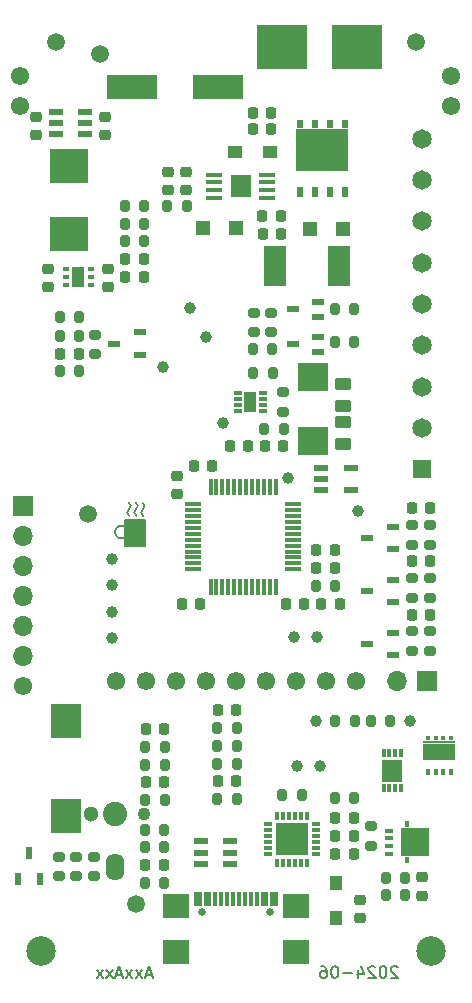
<source format=gbr>
%TF.GenerationSoftware,KiCad,Pcbnew,7.0.10*%
%TF.CreationDate,2024-09-11T11:21:31+02:00*%
%TF.ProjectId,AxxSolder,41787853-6f6c-4646-9572-2e6b69636164,rev?*%
%TF.SameCoordinates,Original*%
%TF.FileFunction,Soldermask,Bot*%
%TF.FilePolarity,Negative*%
%FSLAX46Y46*%
G04 Gerber Fmt 4.6, Leading zero omitted, Abs format (unit mm)*
G04 Created by KiCad (PCBNEW 7.0.10) date 2024-09-11 11:21:31*
%MOMM*%
%LPD*%
G01*
G04 APERTURE LIST*
G04 Aperture macros list*
%AMRoundRect*
0 Rectangle with rounded corners*
0 $1 Rounding radius*
0 $2 $3 $4 $5 $6 $7 $8 $9 X,Y pos of 4 corners*
0 Add a 4 corners polygon primitive as box body*
4,1,4,$2,$3,$4,$5,$6,$7,$8,$9,$2,$3,0*
0 Add four circle primitives for the rounded corners*
1,1,$1+$1,$2,$3*
1,1,$1+$1,$4,$5*
1,1,$1+$1,$6,$7*
1,1,$1+$1,$8,$9*
0 Add four rect primitives between the rounded corners*
20,1,$1+$1,$2,$3,$4,$5,0*
20,1,$1+$1,$4,$5,$6,$7,0*
20,1,$1+$1,$6,$7,$8,$9,0*
20,1,$1+$1,$8,$9,$2,$3,0*%
G04 Aperture macros list end*
%ADD10C,0.150000*%
%ADD11C,0.200000*%
%ADD12R,1.650000X1.650000*%
%ADD13C,1.650000*%
%ADD14C,1.550000*%
%ADD15C,1.500000*%
%ADD16C,2.500000*%
%ADD17C,1.300000*%
%ADD18C,2.050000*%
%ADD19O,1.550000X2.300000*%
%ADD20C,1.100000*%
%ADD21RoundRect,0.225000X0.225000X0.250000X-0.225000X0.250000X-0.225000X-0.250000X0.225000X-0.250000X0*%
%ADD22R,3.200000X2.850000*%
%ADD23R,0.400000X0.550000*%
%ADD24R,0.400000X0.410000*%
%ADD25R,2.750000X1.470000*%
%ADD26R,2.750000X0.250000*%
%ADD27C,1.000000*%
%ADD28R,1.050000X0.600000*%
%ADD29RoundRect,0.200000X-0.200000X-0.275000X0.200000X-0.275000X0.200000X0.275000X-0.200000X0.275000X0*%
%ADD30R,0.300000X1.475000*%
%ADD31R,1.475000X0.300000*%
%ADD32R,1.700000X1.700000*%
%ADD33O,1.700000X1.700000*%
%ADD34RoundRect,0.200000X0.275000X-0.200000X0.275000X0.200000X-0.275000X0.200000X-0.275000X-0.200000X0*%
%ADD35RoundRect,0.225000X-0.250000X0.225000X-0.250000X-0.225000X0.250000X-0.225000X0.250000X0.225000X0*%
%ADD36RoundRect,0.200000X0.200000X0.275000X-0.200000X0.275000X-0.200000X-0.275000X0.200000X-0.275000X0*%
%ADD37RoundRect,0.225000X-0.225000X-0.250000X0.225000X-0.250000X0.225000X0.250000X-0.225000X0.250000X0*%
%ADD38RoundRect,0.225000X0.250000X-0.225000X0.250000X0.225000X-0.250000X0.225000X-0.250000X-0.225000X0*%
%ADD39RoundRect,0.200000X-0.275000X0.200000X-0.275000X-0.200000X0.275000X-0.200000X0.275000X0.200000X0*%
%ADD40R,1.200000X1.200000*%
%ADD41R,2.500000X3.000000*%
%ADD42RoundRect,0.250000X0.450000X-0.262500X0.450000X0.262500X-0.450000X0.262500X-0.450000X-0.262500X0*%
%ADD43R,1.120000X1.220000*%
%ADD44R,0.500000X0.925000*%
%ADD45R,0.600000X0.800000*%
%ADD46R,4.410000X3.655000*%
%ADD47R,0.700000X0.300000*%
%ADD48R,1.000000X1.700000*%
%ADD49R,1.050000X0.500000*%
%ADD50R,1.900000X3.450000*%
%ADD51C,0.650000*%
%ADD52R,0.300000X1.150000*%
%ADD53R,2.180000X2.000000*%
%ADD54R,1.220000X1.120000*%
%ADD55R,0.300000X0.800000*%
%ADD56R,0.800000X0.300000*%
%ADD57R,2.700000X2.700000*%
%ADD58R,0.750000X0.400000*%
%ADD59R,0.400000X0.530000*%
%ADD60R,2.400000X2.450000*%
%ADD61R,0.300000X0.750000*%
%ADD62R,1.730000X1.850000*%
%ADD63R,1.425000X0.450000*%
%ADD64R,1.680000X1.880000*%
%ADD65R,4.250000X2.100000*%
%ADD66R,4.240000X3.810000*%
%ADD67R,0.600000X1.050000*%
%ADD68R,1.200000X0.600000*%
%ADD69R,2.500000X2.400000*%
%ADD70R,0.600000X0.350000*%
%ADD71R,1.100000X1.700000*%
G04 APERTURE END LIST*
D10*
X172056790Y-109552970D02*
G75*
G03*
X172018692Y-109000256I-176990J265470D01*
G01*
X172616904Y-109575359D02*
G75*
G03*
X172638131Y-110137664I183096J-274641D01*
G01*
X171446701Y-109562836D02*
G75*
G03*
X171467975Y-110125212I183099J-274664D01*
G01*
X171456790Y-109552970D02*
G75*
G03*
X171418692Y-109000256I-176990J265470D01*
G01*
X172046701Y-109562836D02*
G75*
G03*
X172067975Y-110125212I183099J-274664D01*
G01*
X172626995Y-109565496D02*
G75*
G03*
X172588848Y-109012708I-176995J265496D01*
G01*
X172800000Y-112650000D02*
X171100000Y-112650000D01*
X171100000Y-110450000D01*
X172800000Y-110450000D01*
X172800000Y-112650000D01*
G36*
X172800000Y-112650000D02*
G01*
X171100000Y-112650000D01*
X171100000Y-110450000D01*
X172800000Y-110450000D01*
X172800000Y-112650000D01*
G37*
D11*
X171151968Y-111089371D02*
G75*
G03*
X171100000Y-111949998I-351968J-410629D01*
G01*
X194193482Y-148347457D02*
X194145863Y-148299838D01*
X194145863Y-148299838D02*
X194050625Y-148252219D01*
X194050625Y-148252219D02*
X193812530Y-148252219D01*
X193812530Y-148252219D02*
X193717292Y-148299838D01*
X193717292Y-148299838D02*
X193669673Y-148347457D01*
X193669673Y-148347457D02*
X193622054Y-148442695D01*
X193622054Y-148442695D02*
X193622054Y-148537933D01*
X193622054Y-148537933D02*
X193669673Y-148680790D01*
X193669673Y-148680790D02*
X194241101Y-149252219D01*
X194241101Y-149252219D02*
X193622054Y-149252219D01*
X193003006Y-148252219D02*
X192907768Y-148252219D01*
X192907768Y-148252219D02*
X192812530Y-148299838D01*
X192812530Y-148299838D02*
X192764911Y-148347457D01*
X192764911Y-148347457D02*
X192717292Y-148442695D01*
X192717292Y-148442695D02*
X192669673Y-148633171D01*
X192669673Y-148633171D02*
X192669673Y-148871266D01*
X192669673Y-148871266D02*
X192717292Y-149061742D01*
X192717292Y-149061742D02*
X192764911Y-149156980D01*
X192764911Y-149156980D02*
X192812530Y-149204600D01*
X192812530Y-149204600D02*
X192907768Y-149252219D01*
X192907768Y-149252219D02*
X193003006Y-149252219D01*
X193003006Y-149252219D02*
X193098244Y-149204600D01*
X193098244Y-149204600D02*
X193145863Y-149156980D01*
X193145863Y-149156980D02*
X193193482Y-149061742D01*
X193193482Y-149061742D02*
X193241101Y-148871266D01*
X193241101Y-148871266D02*
X193241101Y-148633171D01*
X193241101Y-148633171D02*
X193193482Y-148442695D01*
X193193482Y-148442695D02*
X193145863Y-148347457D01*
X193145863Y-148347457D02*
X193098244Y-148299838D01*
X193098244Y-148299838D02*
X193003006Y-148252219D01*
X192288720Y-148347457D02*
X192241101Y-148299838D01*
X192241101Y-148299838D02*
X192145863Y-148252219D01*
X192145863Y-148252219D02*
X191907768Y-148252219D01*
X191907768Y-148252219D02*
X191812530Y-148299838D01*
X191812530Y-148299838D02*
X191764911Y-148347457D01*
X191764911Y-148347457D02*
X191717292Y-148442695D01*
X191717292Y-148442695D02*
X191717292Y-148537933D01*
X191717292Y-148537933D02*
X191764911Y-148680790D01*
X191764911Y-148680790D02*
X192336339Y-149252219D01*
X192336339Y-149252219D02*
X191717292Y-149252219D01*
X190860149Y-148585552D02*
X190860149Y-149252219D01*
X191098244Y-148204600D02*
X191336339Y-148918885D01*
X191336339Y-148918885D02*
X190717292Y-148918885D01*
X190336339Y-148871266D02*
X189574435Y-148871266D01*
X188907768Y-148252219D02*
X188812530Y-148252219D01*
X188812530Y-148252219D02*
X188717292Y-148299838D01*
X188717292Y-148299838D02*
X188669673Y-148347457D01*
X188669673Y-148347457D02*
X188622054Y-148442695D01*
X188622054Y-148442695D02*
X188574435Y-148633171D01*
X188574435Y-148633171D02*
X188574435Y-148871266D01*
X188574435Y-148871266D02*
X188622054Y-149061742D01*
X188622054Y-149061742D02*
X188669673Y-149156980D01*
X188669673Y-149156980D02*
X188717292Y-149204600D01*
X188717292Y-149204600D02*
X188812530Y-149252219D01*
X188812530Y-149252219D02*
X188907768Y-149252219D01*
X188907768Y-149252219D02*
X189003006Y-149204600D01*
X189003006Y-149204600D02*
X189050625Y-149156980D01*
X189050625Y-149156980D02*
X189098244Y-149061742D01*
X189098244Y-149061742D02*
X189145863Y-148871266D01*
X189145863Y-148871266D02*
X189145863Y-148633171D01*
X189145863Y-148633171D02*
X189098244Y-148442695D01*
X189098244Y-148442695D02*
X189050625Y-148347457D01*
X189050625Y-148347457D02*
X189003006Y-148299838D01*
X189003006Y-148299838D02*
X188907768Y-148252219D01*
X187717292Y-148252219D02*
X187907768Y-148252219D01*
X187907768Y-148252219D02*
X188003006Y-148299838D01*
X188003006Y-148299838D02*
X188050625Y-148347457D01*
X188050625Y-148347457D02*
X188145863Y-148490314D01*
X188145863Y-148490314D02*
X188193482Y-148680790D01*
X188193482Y-148680790D02*
X188193482Y-149061742D01*
X188193482Y-149061742D02*
X188145863Y-149156980D01*
X188145863Y-149156980D02*
X188098244Y-149204600D01*
X188098244Y-149204600D02*
X188003006Y-149252219D01*
X188003006Y-149252219D02*
X187812530Y-149252219D01*
X187812530Y-149252219D02*
X187717292Y-149204600D01*
X187717292Y-149204600D02*
X187669673Y-149156980D01*
X187669673Y-149156980D02*
X187622054Y-149061742D01*
X187622054Y-149061742D02*
X187622054Y-148823647D01*
X187622054Y-148823647D02*
X187669673Y-148728409D01*
X187669673Y-148728409D02*
X187717292Y-148680790D01*
X187717292Y-148680790D02*
X187812530Y-148633171D01*
X187812530Y-148633171D02*
X188003006Y-148633171D01*
X188003006Y-148633171D02*
X188098244Y-148680790D01*
X188098244Y-148680790D02*
X188145863Y-148728409D01*
X188145863Y-148728409D02*
X188193482Y-148823647D01*
X173343483Y-148966504D02*
X172867293Y-148966504D01*
X173438721Y-149252219D02*
X173105388Y-148252219D01*
X173105388Y-148252219D02*
X172772055Y-149252219D01*
X172533959Y-149252219D02*
X172010150Y-148585552D01*
X172533959Y-148585552D02*
X172010150Y-149252219D01*
X171724435Y-149252219D02*
X171200626Y-148585552D01*
X171724435Y-148585552D02*
X171200626Y-149252219D01*
X170867292Y-148966504D02*
X170391102Y-148966504D01*
X170962530Y-149252219D02*
X170629197Y-148252219D01*
X170629197Y-148252219D02*
X170295864Y-149252219D01*
X170057768Y-149252219D02*
X169533959Y-148585552D01*
X170057768Y-148585552D02*
X169533959Y-149252219D01*
X169248244Y-149252219D02*
X168724435Y-148585552D01*
X169248244Y-148585552D02*
X168724435Y-149252219D01*
D12*
%TO.C,J2*%
X196250000Y-106200000D03*
D13*
X196250000Y-102700000D03*
X196250000Y-99200000D03*
X196250000Y-95700000D03*
X196250000Y-92200000D03*
X196250000Y-88700000D03*
X196250000Y-85200000D03*
X196250000Y-81700000D03*
X196250000Y-78200000D03*
%TD*%
D14*
%TO.C,TP18*%
X190660000Y-124080000D03*
%TD*%
D15*
%TO.C,TFT1*%
X165280000Y-69998000D03*
X195760000Y-69998000D03*
%TD*%
D14*
%TO.C,J7*%
X170340000Y-124080000D03*
X172880000Y-124080000D03*
X175420000Y-124080000D03*
X177960000Y-124080000D03*
X180500000Y-124080000D03*
X183040000Y-124080000D03*
X185580000Y-124080000D03*
X188120000Y-124080000D03*
%TD*%
D16*
%TO.C,H2*%
X197000000Y-147000000D03*
%TD*%
D17*
%TO.C,U2*%
X168250000Y-135400000D03*
D18*
X170250000Y-135400000D03*
D19*
X170250000Y-139900000D03*
D20*
X172750000Y-135400000D03*
%TD*%
D14*
%TO.C,TP13*%
X162500000Y-124550000D03*
%TD*%
D16*
%TO.C,H1*%
X164000000Y-147000000D03*
%TD*%
D21*
%TO.C,C23*%
X180525000Y-126600000D03*
X178975000Y-126600000D03*
%TD*%
D22*
%TO.C,L1*%
X166400000Y-80550000D03*
X166400000Y-86250000D03*
%TD*%
D23*
%TO.C,Q2*%
X198700000Y-131790000D03*
X198050000Y-131790000D03*
X197400000Y-131790000D03*
X196750000Y-131790000D03*
D24*
X198700000Y-128920000D03*
X198050000Y-128920000D03*
D25*
X197725000Y-130110000D03*
D26*
X197725000Y-129250000D03*
D24*
X197400000Y-128920000D03*
X196750000Y-128920000D03*
%TD*%
D27*
%TO.C,TP2*%
X185427179Y-120400000D03*
%TD*%
%TO.C,TP6*%
X170000000Y-116000000D03*
%TD*%
D21*
%TO.C,C6*%
X181525000Y-104250000D03*
X179975000Y-104250000D03*
%TD*%
D27*
%TO.C,TP9*%
X190800000Y-109750000D03*
%TD*%
D28*
%TO.C,D6*%
X193762500Y-115535000D03*
X193762500Y-117435000D03*
X191562500Y-116485000D03*
%TD*%
D29*
%TO.C,R30*%
X172825000Y-129700000D03*
X174475000Y-129700000D03*
%TD*%
%TO.C,R7*%
X171075000Y-85400000D03*
X172725000Y-85400000D03*
%TD*%
D30*
%TO.C,IC4*%
X178350000Y-107662000D03*
X178850000Y-107662000D03*
X179350000Y-107662000D03*
X179850000Y-107662000D03*
X180350000Y-107662000D03*
X180850000Y-107662000D03*
X181350000Y-107662000D03*
X181850000Y-107662000D03*
X182350000Y-107662000D03*
X182850000Y-107662000D03*
X183350000Y-107662000D03*
X183850000Y-107662000D03*
D31*
X185338000Y-109150000D03*
X185338000Y-109650000D03*
X185338000Y-110150000D03*
X185338000Y-110650000D03*
X185338000Y-111150000D03*
X185338000Y-111650000D03*
X185338000Y-112150000D03*
X185338000Y-112650000D03*
X185338000Y-113150000D03*
X185338000Y-113650000D03*
X185338000Y-114150000D03*
X185338000Y-114650000D03*
D30*
X183850000Y-116138000D03*
X183350000Y-116138000D03*
X182850000Y-116138000D03*
X182350000Y-116138000D03*
X181850000Y-116138000D03*
X181350000Y-116138000D03*
X180850000Y-116138000D03*
X180350000Y-116138000D03*
X179850000Y-116138000D03*
X179350000Y-116138000D03*
X178850000Y-116138000D03*
X178350000Y-116138000D03*
D31*
X176862000Y-114650000D03*
X176862000Y-114150000D03*
X176862000Y-113650000D03*
X176862000Y-113150000D03*
X176862000Y-112650000D03*
X176862000Y-112150000D03*
X176862000Y-111650000D03*
X176862000Y-111150000D03*
X176862000Y-110650000D03*
X176862000Y-110150000D03*
X176862000Y-109650000D03*
X176862000Y-109150000D03*
%TD*%
D32*
%TO.C,J3*%
X196675000Y-124100000D03*
D33*
X194135000Y-124100000D03*
%TD*%
D34*
%TO.C,R37*%
X168500000Y-140625000D03*
X168500000Y-138975000D03*
%TD*%
D35*
%TO.C,C32*%
X174750000Y-80975000D03*
X174750000Y-82525000D03*
%TD*%
D29*
%TO.C,FB1*%
X187250000Y-116050000D03*
X188900000Y-116050000D03*
%TD*%
%TO.C,R8*%
X171075000Y-86900000D03*
X172725000Y-86900000D03*
%TD*%
%TO.C,R15*%
X188875000Y-134050000D03*
X190525000Y-134050000D03*
%TD*%
D34*
%TO.C,R25*%
X196912500Y-117060000D03*
X196912500Y-115410000D03*
%TD*%
D15*
%TO.C,FID3*%
X169000000Y-71000000D03*
%TD*%
D36*
%TO.C,R11*%
X172725000Y-83900000D03*
X171075000Y-83900000D03*
%TD*%
D37*
%TO.C,C11*%
X188925000Y-138750000D03*
X190475000Y-138750000D03*
%TD*%
D21*
%TO.C,C7*%
X172675000Y-89900000D03*
X171125000Y-89900000D03*
%TD*%
D38*
%TO.C,C5*%
X169400000Y-77900000D03*
X169400000Y-76350000D03*
%TD*%
D32*
%TO.C,J4*%
X162500000Y-109310000D03*
D33*
X162500000Y-111850000D03*
X162500000Y-114390000D03*
X162500000Y-116930000D03*
X162500000Y-119470000D03*
X162500000Y-122010000D03*
%TD*%
D37*
%TO.C,C16*%
X184725000Y-117550000D03*
X186275000Y-117550000D03*
%TD*%
D39*
%TO.C,R28*%
X168600000Y-94775000D03*
X168600000Y-96425000D03*
%TD*%
%TO.C,R14*%
X191950000Y-136425000D03*
X191950000Y-138075000D03*
%TD*%
D29*
%TO.C,R46*%
X178925000Y-129600000D03*
X180575000Y-129600000D03*
%TD*%
D40*
%TO.C,D10*%
X186800000Y-85800000D03*
X189600000Y-85800000D03*
%TD*%
D29*
%TO.C,R36*%
X172775000Y-138200000D03*
X174425000Y-138200000D03*
%TD*%
D41*
%TO.C,LS1*%
X166100000Y-127500000D03*
X166100000Y-135500000D03*
%TD*%
D27*
%TO.C,TP15*%
X187250000Y-127500000D03*
%TD*%
D21*
%TO.C,C30*%
X184275000Y-84750000D03*
X182725000Y-84750000D03*
%TD*%
D37*
%TO.C,C35*%
X181925000Y-76000000D03*
X183475000Y-76000000D03*
%TD*%
D27*
%TO.C,TP8*%
X185700000Y-131300000D03*
%TD*%
D36*
%TO.C,R16*%
X174475000Y-131200000D03*
X172825000Y-131200000D03*
%TD*%
D42*
%TO.C,R45*%
X189600000Y-104025000D03*
X189600000Y-102200000D03*
%TD*%
D43*
%TO.C,D3*%
X189000000Y-141200000D03*
X189000000Y-144200000D03*
%TD*%
D27*
%TO.C,TP4*%
X170000000Y-113750000D03*
%TD*%
D36*
%TO.C,R1*%
X190525000Y-92600000D03*
X188875000Y-92600000D03*
%TD*%
%TO.C,R32*%
X180575000Y-128100000D03*
X178925000Y-128100000D03*
%TD*%
D21*
%TO.C,C14*%
X178475000Y-105900000D03*
X176925000Y-105900000D03*
%TD*%
D44*
%TO.C,U3*%
X189700000Y-82700000D03*
X188430000Y-82700000D03*
X187160000Y-82700000D03*
X185890000Y-82700000D03*
D45*
X189700000Y-76910000D03*
X188430000Y-76910000D03*
D46*
X187795000Y-79135000D03*
D45*
X187160000Y-76910000D03*
X185890000Y-76910000D03*
%TD*%
D34*
%TO.C,R23*%
X165500000Y-140625000D03*
X165500000Y-138975000D03*
%TD*%
D47*
%TO.C,IC2*%
X182775000Y-99750000D03*
X182775000Y-100250000D03*
X182775000Y-100750000D03*
X182775000Y-101250000D03*
X180675000Y-101250000D03*
X180675000Y-100750000D03*
X180675000Y-100250000D03*
X180675000Y-99750000D03*
D48*
X181725000Y-100500000D03*
%TD*%
D37*
%TO.C,C19*%
X187300000Y-114550000D03*
X188850000Y-114550000D03*
%TD*%
D36*
%TO.C,R31*%
X180575000Y-134100000D03*
X178925000Y-134100000D03*
%TD*%
D28*
%TO.C,D8*%
X193762500Y-120035000D03*
X193762500Y-121935000D03*
X191562500Y-120985000D03*
%TD*%
D34*
%TO.C,R18*%
X195412500Y-121560000D03*
X195412500Y-119910000D03*
%TD*%
D39*
%TO.C,R34*%
X167000000Y-138975000D03*
X167000000Y-140625000D03*
%TD*%
D15*
%TO.C,FID1*%
X168000000Y-110000000D03*
%TD*%
D21*
%TO.C,C8*%
X172675000Y-88400000D03*
X171125000Y-88400000D03*
%TD*%
%TO.C,C25*%
X196937500Y-118485000D03*
X195387500Y-118485000D03*
%TD*%
D27*
%TO.C,TP16*%
X195250000Y-127500000D03*
%TD*%
D29*
%TO.C,R26*%
X188925000Y-127500000D03*
X190575000Y-127500000D03*
%TD*%
D34*
%TO.C,R22*%
X196912500Y-112560000D03*
X196912500Y-110910000D03*
%TD*%
D36*
%TO.C,R12*%
X194825000Y-140750000D03*
X193175000Y-140750000D03*
%TD*%
D49*
%TO.C,D2*%
X187450000Y-94950000D03*
X187450000Y-96250000D03*
X185350000Y-95600000D03*
%TD*%
D36*
%TO.C,R47*%
X174425000Y-136700000D03*
X172775000Y-136700000D03*
%TD*%
D50*
%TO.C,R42*%
X189200000Y-89000000D03*
X183800000Y-89000000D03*
%TD*%
D36*
%TO.C,R10*%
X183575000Y-96000000D03*
X181925000Y-96000000D03*
%TD*%
D40*
%TO.C,D9*%
X180500000Y-85750000D03*
X177700000Y-85750000D03*
%TD*%
D37*
%TO.C,C34*%
X181925000Y-77400000D03*
X183475000Y-77400000D03*
%TD*%
D36*
%TO.C,R5*%
X190525000Y-95400000D03*
X188875000Y-95400000D03*
%TD*%
D51*
%TO.C,J1*%
X183390000Y-143647000D03*
X177610000Y-143647000D03*
D52*
X183850000Y-142572000D03*
X183050000Y-142572000D03*
X181750000Y-142572000D03*
X180750000Y-142572000D03*
X180250000Y-142572000D03*
X179250000Y-142572000D03*
X177950000Y-142572000D03*
X177150000Y-142572000D03*
X177450000Y-142572000D03*
X178250000Y-142572000D03*
X178750000Y-142572000D03*
X179750000Y-142572000D03*
X181250000Y-142572000D03*
X182250000Y-142572000D03*
X182750000Y-142572000D03*
X183550000Y-142572000D03*
D53*
X185610000Y-143147000D03*
X175390000Y-143147000D03*
X185610000Y-147077000D03*
X175390000Y-147077000D03*
%TD*%
D36*
%TO.C,R33*%
X167225000Y-97900000D03*
X165575000Y-97900000D03*
%TD*%
D27*
%TO.C,TP12*%
X176600000Y-92500000D03*
%TD*%
D37*
%TO.C,C12*%
X188925000Y-137240000D03*
X190475000Y-137240000D03*
%TD*%
D35*
%TO.C,C17*%
X175500000Y-106725000D03*
X175500000Y-108275000D03*
%TD*%
D37*
%TO.C,C13*%
X188925000Y-135750000D03*
X190475000Y-135750000D03*
%TD*%
D38*
%TO.C,C2*%
X164600000Y-90750000D03*
X164600000Y-89200000D03*
%TD*%
D21*
%TO.C,C28*%
X174425000Y-132700000D03*
X172875000Y-132700000D03*
%TD*%
D29*
%TO.C,R21*%
X165575000Y-93300000D03*
X167225000Y-93300000D03*
%TD*%
D37*
%TO.C,C21*%
X172875000Y-128200000D03*
X174425000Y-128200000D03*
%TD*%
D34*
%TO.C,R29*%
X196912500Y-121560000D03*
X196912500Y-119910000D03*
%TD*%
D29*
%TO.C,R17*%
X184425000Y-133800000D03*
X186075000Y-133800000D03*
%TD*%
D36*
%TO.C,R38*%
X176325000Y-83900000D03*
X174675000Y-83900000D03*
%TD*%
D21*
%TO.C,C29*%
X174375000Y-139700000D03*
X172825000Y-139700000D03*
%TD*%
D54*
%TO.C,D4*%
X183400000Y-79300000D03*
X180400000Y-79300000D03*
%TD*%
D29*
%TO.C,R3*%
X182900000Y-102750000D03*
X184550000Y-102750000D03*
%TD*%
D55*
%TO.C,IC6*%
X186500000Y-139500000D03*
X186000000Y-139500000D03*
X185500000Y-139500000D03*
X185000000Y-139500000D03*
X184500000Y-139500000D03*
X184000000Y-139500000D03*
D56*
X183250000Y-138750000D03*
X183250000Y-138250000D03*
X183250000Y-137750000D03*
X183250000Y-137250000D03*
X183250000Y-136750000D03*
X183250000Y-136250000D03*
D55*
X184000000Y-135500000D03*
X184500000Y-135500000D03*
X185000000Y-135500000D03*
X185500000Y-135500000D03*
X186000000Y-135500000D03*
X186500000Y-135500000D03*
D56*
X187250000Y-136250000D03*
X187250000Y-136750000D03*
X187250000Y-137250000D03*
X187250000Y-137750000D03*
X187250000Y-138250000D03*
X187250000Y-138750000D03*
D57*
X185250000Y-137500000D03*
%TD*%
D38*
%TO.C,C9*%
X196250000Y-142275000D03*
X196250000Y-140725000D03*
%TD*%
D27*
%TO.C,TP7*%
X187650000Y-131300000D03*
%TD*%
D58*
%TO.C,Q1*%
X193475000Y-138725000D03*
X193475000Y-138075000D03*
X193475000Y-137425000D03*
X193475000Y-136775000D03*
D59*
X195000000Y-139240000D03*
D60*
X195700000Y-137750000D03*
D59*
X195000000Y-136260000D03*
%TD*%
D27*
%TO.C,TP3*%
X174300000Y-97500000D03*
%TD*%
D21*
%TO.C,C22*%
X180525000Y-132600000D03*
X178975000Y-132600000D03*
%TD*%
D61*
%TO.C,IC7*%
X194500000Y-133200000D03*
X194000000Y-133200000D03*
X193500000Y-133200000D03*
X193000000Y-133200000D03*
X193000000Y-130200000D03*
X193500000Y-130200000D03*
X194000000Y-130200000D03*
X194500000Y-130200000D03*
D62*
X193750000Y-131700000D03*
%TD*%
D63*
%TO.C,IC8*%
X178676000Y-83200000D03*
X178676000Y-82550000D03*
X178676000Y-81900000D03*
X178676000Y-81250000D03*
X183100000Y-81250000D03*
X183100000Y-81900000D03*
X183100000Y-82550000D03*
X183100000Y-83200000D03*
D64*
X180888000Y-82225000D03*
%TD*%
D14*
%TO.C,J6*%
X198750000Y-72925000D03*
X198750000Y-75465000D03*
%TD*%
D38*
%TO.C,C10*%
X191000000Y-144175000D03*
X191000000Y-142625000D03*
%TD*%
D21*
%TO.C,C15*%
X177475000Y-117550000D03*
X175925000Y-117550000D03*
%TD*%
D34*
%TO.C,R19*%
X195412500Y-117060000D03*
X195412500Y-115410000D03*
%TD*%
D65*
%TO.C,C37*%
X179000000Y-73800000D03*
X171700000Y-73800000D03*
%TD*%
D28*
%TO.C,D7*%
X172350000Y-94600000D03*
X172350000Y-96500000D03*
X170150000Y-95550000D03*
%TD*%
D37*
%TO.C,C4*%
X182950000Y-104250000D03*
X184500000Y-104250000D03*
%TD*%
D35*
%TO.C,C1*%
X169700000Y-89200000D03*
X169700000Y-90750000D03*
%TD*%
D29*
%TO.C,R9*%
X181975000Y-98000000D03*
X183625000Y-98000000D03*
%TD*%
D37*
%TO.C,C18*%
X187300000Y-113050000D03*
X188850000Y-113050000D03*
%TD*%
D21*
%TO.C,C24*%
X167175000Y-96400000D03*
X165625000Y-96400000D03*
%TD*%
D27*
%TO.C,TP11*%
X184900000Y-106900000D03*
%TD*%
D49*
%TO.C,D1*%
X187450000Y-92000000D03*
X187450000Y-93300000D03*
X185350000Y-92650000D03*
%TD*%
D29*
%TO.C,R43*%
X178925000Y-131100000D03*
X180575000Y-131100000D03*
%TD*%
D66*
%TO.C,F1*%
X184410000Y-70400000D03*
X190790000Y-70400000D03*
%TD*%
D27*
%TO.C,TP5*%
X170000000Y-118250000D03*
%TD*%
D67*
%TO.C,Q3*%
X163950000Y-140900000D03*
X162050000Y-140900000D03*
X163000000Y-138700000D03*
%TD*%
D68*
%TO.C,IC3*%
X165250000Y-77800000D03*
X165250000Y-76850000D03*
X165250000Y-75900000D03*
X167750000Y-75900000D03*
X167750000Y-76850000D03*
X167750000Y-77800000D03*
%TD*%
%TO.C,IC9*%
X187700000Y-107950000D03*
X187700000Y-107000000D03*
X187700000Y-106050000D03*
X190200000Y-106050000D03*
X190200000Y-107950000D03*
%TD*%
D21*
%TO.C,C31*%
X184300000Y-86260000D03*
X182750000Y-86260000D03*
%TD*%
D34*
%TO.C,R6*%
X182000000Y-94575000D03*
X182000000Y-92925000D03*
%TD*%
D29*
%TO.C,R13*%
X193175000Y-142250000D03*
X194825000Y-142250000D03*
%TD*%
D39*
%TO.C,R2*%
X184475000Y-99675000D03*
X184475000Y-101325000D03*
%TD*%
D35*
%TO.C,C33*%
X176250000Y-80975000D03*
X176250000Y-82525000D03*
%TD*%
D69*
%TO.C,F2*%
X187000000Y-103800000D03*
X187000000Y-98400000D03*
%TD*%
D35*
%TO.C,C3*%
X163600000Y-76375000D03*
X163600000Y-77925000D03*
%TD*%
D14*
%TO.C,J5*%
X162250000Y-72925000D03*
X162250000Y-75465000D03*
%TD*%
D27*
%TO.C,TP10*%
X179400000Y-102250000D03*
%TD*%
D21*
%TO.C,C26*%
X196937500Y-113985000D03*
X195387500Y-113985000D03*
%TD*%
D28*
%TO.C,D5*%
X193762500Y-111035000D03*
X193762500Y-112935000D03*
X191562500Y-111985000D03*
%TD*%
D27*
%TO.C,TP14*%
X170000000Y-120500000D03*
%TD*%
D36*
%TO.C,R35*%
X174475000Y-134200000D03*
X172825000Y-134200000D03*
%TD*%
D27*
%TO.C,TP1*%
X187372699Y-120395198D03*
%TD*%
D36*
%TO.C,R27*%
X193575000Y-127500000D03*
X191925000Y-127500000D03*
%TD*%
D34*
%TO.C,R20*%
X195412500Y-112560000D03*
X195412500Y-110910000D03*
%TD*%
D15*
%TO.C,FID2*%
X172000000Y-143000000D03*
%TD*%
D36*
%TO.C,R48*%
X174425000Y-141200000D03*
X172775000Y-141200000D03*
%TD*%
D70*
%TO.C,IC1*%
X166100000Y-90550000D03*
X166100000Y-89900000D03*
X166100000Y-89250000D03*
X168200000Y-89250000D03*
X168200000Y-89900000D03*
X168200000Y-90550000D03*
D71*
X167150000Y-89900000D03*
%TD*%
D37*
%TO.C,C20*%
X187725000Y-117550000D03*
X189275000Y-117550000D03*
%TD*%
D39*
%TO.C,R4*%
X183500000Y-92925000D03*
X183500000Y-94575000D03*
%TD*%
D27*
%TO.C,TP17*%
X178000000Y-95000000D03*
%TD*%
D36*
%TO.C,R24*%
X167225000Y-94900000D03*
X165575000Y-94900000D03*
%TD*%
D42*
%TO.C,R44*%
X189600000Y-100800000D03*
X189600000Y-98975000D03*
%TD*%
D68*
%TO.C,IC5*%
X180000000Y-137700000D03*
X180000000Y-138650000D03*
X180000000Y-139600000D03*
X177500000Y-139600000D03*
X177500000Y-138650000D03*
X177500000Y-137700000D03*
%TD*%
D21*
%TO.C,C27*%
X196937500Y-109485000D03*
X195387500Y-109485000D03*
%TD*%
M02*

</source>
